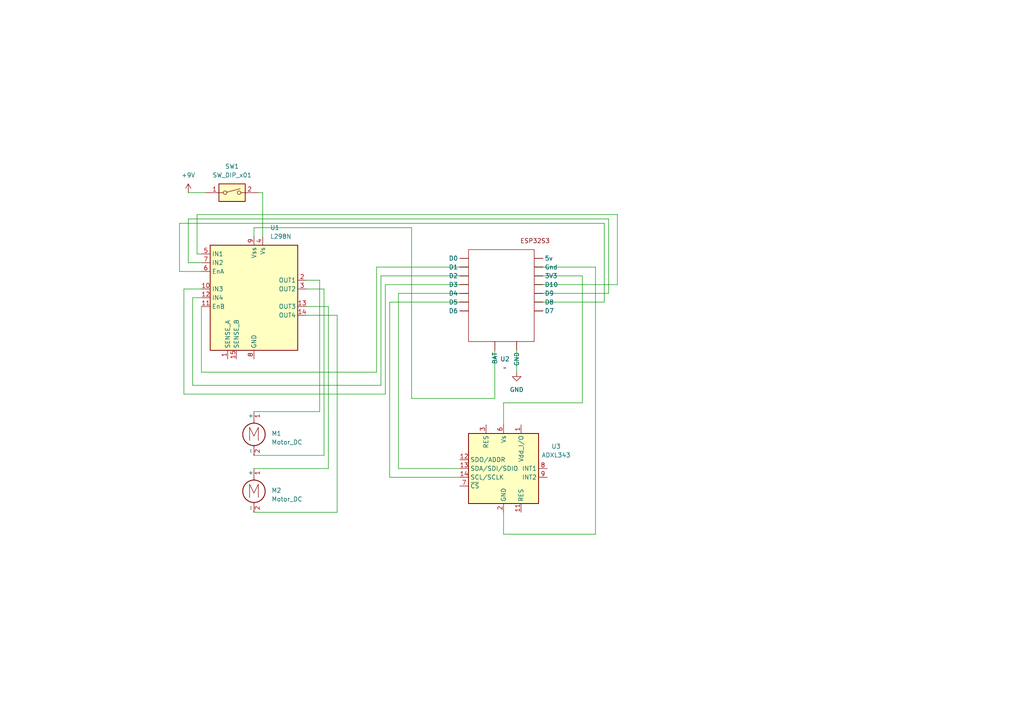
<source format=kicad_sch>
(kicad_sch
	(version 20250114)
	(generator "eeschema")
	(generator_version "9.0")
	(uuid "d575eb6a-978f-40a6-acd7-64ef503acbb9")
	(paper "A4")
	(lib_symbols
		(symbol "Driver_Motor:L298N"
			(exclude_from_sim no)
			(in_bom yes)
			(on_board yes)
			(property "Reference" "U"
				(at -10.16 16.51 0)
				(effects
					(font
						(size 1.27 1.27)
					)
					(justify right)
				)
			)
			(property "Value" "L298N"
				(at 12.7 16.51 0)
				(effects
					(font
						(size 1.27 1.27)
					)
					(justify right)
				)
			)
			(property "Footprint" "Package_TO_SOT_THT:TO-220-15_P2.54x5.08mm_StaggerOdd_Lead4.58mm_Vertical"
				(at 1.27 -16.51 0)
				(effects
					(font
						(size 1.27 1.27)
					)
					(justify left)
					(hide yes)
				)
			)
			(property "Datasheet" "http://www.st.com/st-web-ui/static/active/en/resource/technical/document/datasheet/CD00000240.pdf"
				(at 3.81 6.35 0)
				(effects
					(font
						(size 1.27 1.27)
					)
					(hide yes)
				)
			)
			(property "Description" "Dual full bridge motor driver, up to 46V, 4A, Multiwatt15-V"
				(at 0 0 0)
				(effects
					(font
						(size 1.27 1.27)
					)
					(hide yes)
				)
			)
			(property "ki_keywords" "H-bridge motor driver"
				(at 0 0 0)
				(effects
					(font
						(size 1.27 1.27)
					)
					(hide yes)
				)
			)
			(property "ki_fp_filters" "TO?220*StaggerOdd*Vertical*"
				(at 0 0 0)
				(effects
					(font
						(size 1.27 1.27)
					)
					(hide yes)
				)
			)
			(symbol "L298N_0_1"
				(rectangle
					(start -12.7 15.24)
					(end 12.7 -15.24)
					(stroke
						(width 0.254)
						(type default)
					)
					(fill
						(type background)
					)
				)
			)
			(symbol "L298N_1_1"
				(pin input line
					(at -15.24 12.7 0)
					(length 2.54)
					(name "IN1"
						(effects
							(font
								(size 1.27 1.27)
							)
						)
					)
					(number "5"
						(effects
							(font
								(size 1.27 1.27)
							)
						)
					)
				)
				(pin input line
					(at -15.24 10.16 0)
					(length 2.54)
					(name "IN2"
						(effects
							(font
								(size 1.27 1.27)
							)
						)
					)
					(number "7"
						(effects
							(font
								(size 1.27 1.27)
							)
						)
					)
				)
				(pin input line
					(at -15.24 7.62 0)
					(length 2.54)
					(name "EnA"
						(effects
							(font
								(size 1.27 1.27)
							)
						)
					)
					(number "6"
						(effects
							(font
								(size 1.27 1.27)
							)
						)
					)
				)
				(pin input line
					(at -15.24 2.54 0)
					(length 2.54)
					(name "IN3"
						(effects
							(font
								(size 1.27 1.27)
							)
						)
					)
					(number "10"
						(effects
							(font
								(size 1.27 1.27)
							)
						)
					)
				)
				(pin input line
					(at -15.24 0 0)
					(length 2.54)
					(name "IN4"
						(effects
							(font
								(size 1.27 1.27)
							)
						)
					)
					(number "12"
						(effects
							(font
								(size 1.27 1.27)
							)
						)
					)
				)
				(pin input line
					(at -15.24 -2.54 0)
					(length 2.54)
					(name "EnB"
						(effects
							(font
								(size 1.27 1.27)
							)
						)
					)
					(number "11"
						(effects
							(font
								(size 1.27 1.27)
							)
						)
					)
				)
				(pin input line
					(at -7.62 -17.78 90)
					(length 2.54)
					(name "SENSE_A"
						(effects
							(font
								(size 1.27 1.27)
							)
						)
					)
					(number "1"
						(effects
							(font
								(size 1.27 1.27)
							)
						)
					)
				)
				(pin input line
					(at -5.08 -17.78 90)
					(length 2.54)
					(name "SENSE_B"
						(effects
							(font
								(size 1.27 1.27)
							)
						)
					)
					(number "15"
						(effects
							(font
								(size 1.27 1.27)
							)
						)
					)
				)
				(pin power_in line
					(at 0 17.78 270)
					(length 2.54)
					(name "Vss"
						(effects
							(font
								(size 1.27 1.27)
							)
						)
					)
					(number "9"
						(effects
							(font
								(size 1.27 1.27)
							)
						)
					)
				)
				(pin power_in line
					(at 0 -17.78 90)
					(length 2.54)
					(name "GND"
						(effects
							(font
								(size 1.27 1.27)
							)
						)
					)
					(number "8"
						(effects
							(font
								(size 1.27 1.27)
							)
						)
					)
				)
				(pin power_in line
					(at 2.54 17.78 270)
					(length 2.54)
					(name "Vs"
						(effects
							(font
								(size 1.27 1.27)
							)
						)
					)
					(number "4"
						(effects
							(font
								(size 1.27 1.27)
							)
						)
					)
				)
				(pin output line
					(at 15.24 5.08 180)
					(length 2.54)
					(name "OUT1"
						(effects
							(font
								(size 1.27 1.27)
							)
						)
					)
					(number "2"
						(effects
							(font
								(size 1.27 1.27)
							)
						)
					)
				)
				(pin output line
					(at 15.24 2.54 180)
					(length 2.54)
					(name "OUT2"
						(effects
							(font
								(size 1.27 1.27)
							)
						)
					)
					(number "3"
						(effects
							(font
								(size 1.27 1.27)
							)
						)
					)
				)
				(pin output line
					(at 15.24 -2.54 180)
					(length 2.54)
					(name "OUT3"
						(effects
							(font
								(size 1.27 1.27)
							)
						)
					)
					(number "13"
						(effects
							(font
								(size 1.27 1.27)
							)
						)
					)
				)
				(pin output line
					(at 15.24 -5.08 180)
					(length 2.54)
					(name "OUT4"
						(effects
							(font
								(size 1.27 1.27)
							)
						)
					)
					(number "14"
						(effects
							(font
								(size 1.27 1.27)
							)
						)
					)
				)
			)
			(embedded_fonts no)
		)
		(symbol "ESP32_1"
			(exclude_from_sim no)
			(in_bom yes)
			(on_board yes)
			(property "Reference" "U"
				(at 0 0 0)
				(effects
					(font
						(size 1.27 1.27)
					)
				)
			)
			(property "Value" ""
				(at 0 0 0)
				(effects
					(font
						(size 1.27 1.27)
					)
				)
			)
			(property "Footprint" ""
				(at 0 0 0)
				(effects
					(font
						(size 1.27 1.27)
					)
					(hide yes)
				)
			)
			(property "Datasheet" ""
				(at 0 0 0)
				(effects
					(font
						(size 1.27 1.27)
					)
					(hide yes)
				)
			)
			(property "Description" ""
				(at 0 0 0)
				(effects
					(font
						(size 1.27 1.27)
					)
					(hide yes)
				)
			)
			(symbol "ESP32_1_0_1"
				(rectangle
					(start -19.05 27.94)
					(end 0 1.27)
					(stroke
						(width 0)
						(type default)
					)
					(fill
						(type none)
					)
				)
			)
			(symbol "ESP32_1_1_1"
				(text "ESP32S3"
					(at 0.254 30.48 0)
					(effects
						(font
							(size 1.27 1.27)
						)
					)
				)
				(pin bidirectional line
					(at -19.05 25.4 180)
					(length 2.54)
					(name "D0"
						(effects
							(font
								(size 1.27 1.27)
							)
						)
					)
					(number ""
						(effects
							(font
								(size 1.27 1.27)
							)
						)
					)
				)
				(pin bidirectional line
					(at -19.05 22.86 180)
					(length 2.54)
					(name "D1"
						(effects
							(font
								(size 1.27 1.27)
							)
						)
					)
					(number ""
						(effects
							(font
								(size 1.27 1.27)
							)
						)
					)
				)
				(pin bidirectional line
					(at -19.05 20.32 180)
					(length 2.54)
					(name "D2"
						(effects
							(font
								(size 1.27 1.27)
							)
						)
					)
					(number ""
						(effects
							(font
								(size 1.27 1.27)
							)
						)
					)
				)
				(pin bidirectional line
					(at -19.05 17.78 180)
					(length 2.54)
					(name "D3"
						(effects
							(font
								(size 1.27 1.27)
							)
						)
					)
					(number ""
						(effects
							(font
								(size 1.27 1.27)
							)
						)
					)
				)
				(pin bidirectional line
					(at -19.05 15.24 180)
					(length 2.54)
					(name "D4"
						(effects
							(font
								(size 1.27 1.27)
							)
						)
					)
					(number ""
						(effects
							(font
								(size 1.27 1.27)
							)
						)
					)
				)
				(pin bidirectional line
					(at -19.05 12.7 180)
					(length 2.54)
					(name "D5"
						(effects
							(font
								(size 1.27 1.27)
							)
						)
					)
					(number ""
						(effects
							(font
								(size 1.27 1.27)
							)
						)
					)
				)
				(pin bidirectional line
					(at -19.05 10.16 180)
					(length 2.54)
					(name "D6"
						(effects
							(font
								(size 1.27 1.27)
							)
						)
					)
					(number ""
						(effects
							(font
								(size 1.27 1.27)
							)
						)
					)
				)
				(pin input line
					(at -11.43 1.27 270)
					(length 2.54)
					(name "BAT"
						(effects
							(font
								(size 1.27 1.27)
							)
						)
					)
					(number ""
						(effects
							(font
								(size 1.27 1.27)
							)
						)
					)
				)
				(pin input line
					(at -5.08 1.27 270)
					(length 2.54)
					(name "GND"
						(effects
							(font
								(size 1.27 1.27)
							)
						)
					)
					(number ""
						(effects
							(font
								(size 1.27 1.27)
							)
						)
					)
				)
				(pin bidirectional line
					(at 0 25.4 0)
					(length 2.54)
					(name "5v"
						(effects
							(font
								(size 1.27 1.27)
							)
						)
					)
					(number ""
						(effects
							(font
								(size 1.27 1.27)
							)
						)
					)
				)
				(pin bidirectional line
					(at 0 22.86 0)
					(length 2.54)
					(name "Gnd"
						(effects
							(font
								(size 1.27 1.27)
							)
						)
					)
					(number ""
						(effects
							(font
								(size 1.27 1.27)
							)
						)
					)
				)
				(pin bidirectional line
					(at 0 20.32 0)
					(length 2.54)
					(name "3V3"
						(effects
							(font
								(size 1.27 1.27)
							)
						)
					)
					(number ""
						(effects
							(font
								(size 1.27 1.27)
							)
						)
					)
				)
				(pin bidirectional line
					(at 0 17.78 0)
					(length 2.54)
					(name "D10"
						(effects
							(font
								(size 1.27 1.27)
							)
						)
					)
					(number ""
						(effects
							(font
								(size 1.27 1.27)
							)
						)
					)
				)
				(pin bidirectional line
					(at 0 15.24 0)
					(length 2.54)
					(name "D9"
						(effects
							(font
								(size 1.27 1.27)
							)
						)
					)
					(number ""
						(effects
							(font
								(size 1.27 1.27)
							)
						)
					)
				)
				(pin bidirectional line
					(at 0 12.7 0)
					(length 2.54)
					(name "D8"
						(effects
							(font
								(size 1.27 1.27)
							)
						)
					)
					(number ""
						(effects
							(font
								(size 1.27 1.27)
							)
						)
					)
				)
				(pin bidirectional line
					(at 0 10.16 0)
					(length 2.54)
					(name "D7"
						(effects
							(font
								(size 1.27 1.27)
							)
						)
					)
					(number ""
						(effects
							(font
								(size 1.27 1.27)
							)
						)
					)
				)
			)
			(embedded_fonts no)
		)
		(symbol "Motor:Motor_DC"
			(pin_names
				(offset 0)
			)
			(exclude_from_sim no)
			(in_bom yes)
			(on_board yes)
			(property "Reference" "M"
				(at 2.54 2.54 0)
				(effects
					(font
						(size 1.27 1.27)
					)
					(justify left)
				)
			)
			(property "Value" "Motor_DC"
				(at 2.54 -5.08 0)
				(effects
					(font
						(size 1.27 1.27)
					)
					(justify left top)
				)
			)
			(property "Footprint" ""
				(at 0 -2.286 0)
				(effects
					(font
						(size 1.27 1.27)
					)
					(hide yes)
				)
			)
			(property "Datasheet" "~"
				(at 0 -2.286 0)
				(effects
					(font
						(size 1.27 1.27)
					)
					(hide yes)
				)
			)
			(property "Description" "DC Motor"
				(at 0 0 0)
				(effects
					(font
						(size 1.27 1.27)
					)
					(hide yes)
				)
			)
			(property "ki_keywords" "DC Motor"
				(at 0 0 0)
				(effects
					(font
						(size 1.27 1.27)
					)
					(hide yes)
				)
			)
			(property "ki_fp_filters" "PinHeader*P2.54mm* TerminalBlock*"
				(at 0 0 0)
				(effects
					(font
						(size 1.27 1.27)
					)
					(hide yes)
				)
			)
			(symbol "Motor_DC_0_0"
				(polyline
					(pts
						(xy -1.27 -3.302) (xy -1.27 0.508) (xy 0 -2.032) (xy 1.27 0.508) (xy 1.27 -3.302)
					)
					(stroke
						(width 0)
						(type default)
					)
					(fill
						(type none)
					)
				)
			)
			(symbol "Motor_DC_0_1"
				(polyline
					(pts
						(xy 0 2.032) (xy 0 2.54)
					)
					(stroke
						(width 0)
						(type default)
					)
					(fill
						(type none)
					)
				)
				(polyline
					(pts
						(xy 0 1.7272) (xy 0 2.0828)
					)
					(stroke
						(width 0)
						(type default)
					)
					(fill
						(type none)
					)
				)
				(circle
					(center 0 -1.524)
					(radius 3.2512)
					(stroke
						(width 0.254)
						(type default)
					)
					(fill
						(type none)
					)
				)
				(polyline
					(pts
						(xy 0 -4.7752) (xy 0 -5.1816)
					)
					(stroke
						(width 0)
						(type default)
					)
					(fill
						(type none)
					)
				)
				(polyline
					(pts
						(xy 0 -7.62) (xy 0 -7.112)
					)
					(stroke
						(width 0)
						(type default)
					)
					(fill
						(type none)
					)
				)
			)
			(symbol "Motor_DC_1_1"
				(pin passive line
					(at 0 5.08 270)
					(length 2.54)
					(name "+"
						(effects
							(font
								(size 1.27 1.27)
							)
						)
					)
					(number "1"
						(effects
							(font
								(size 1.27 1.27)
							)
						)
					)
				)
				(pin passive line
					(at 0 -7.62 90)
					(length 2.54)
					(name "-"
						(effects
							(font
								(size 1.27 1.27)
							)
						)
					)
					(number "2"
						(effects
							(font
								(size 1.27 1.27)
							)
						)
					)
				)
			)
			(embedded_fonts no)
		)
		(symbol "Sensor_Motion:ADXL343"
			(exclude_from_sim no)
			(in_bom yes)
			(on_board yes)
			(property "Reference" "U"
				(at -8.89 11.43 0)
				(effects
					(font
						(size 1.27 1.27)
					)
				)
			)
			(property "Value" "ADXL343"
				(at -7.62 -11.43 0)
				(effects
					(font
						(size 1.27 1.27)
					)
				)
			)
			(property "Footprint" "Package_LGA:LGA-14_3x5mm_P0.8mm_LayoutBorder1x6y"
				(at 0 0 0)
				(effects
					(font
						(size 1.27 1.27)
					)
					(hide yes)
				)
			)
			(property "Datasheet" "https://www.analog.com/media/en/technical-documentation/data-sheets/ADXL343.pdf"
				(at 0 0 0)
				(effects
					(font
						(size 1.27 1.27)
					)
					(hide yes)
				)
			)
			(property "Description" "3-Axis MEMS Accelerometer, 2/4/8/16g range, I2C/SPI, LGA-14"
				(at 0 0 0)
				(effects
					(font
						(size 1.27 1.27)
					)
					(hide yes)
				)
			)
			(property "ki_keywords" "3-axis accelerometer i2c spi mems"
				(at 0 0 0)
				(effects
					(font
						(size 1.27 1.27)
					)
					(hide yes)
				)
			)
			(property "ki_fp_filters" "*LGA*3x5mm*P0.8mm*"
				(at 0 0 0)
				(effects
					(font
						(size 1.27 1.27)
					)
					(hide yes)
				)
			)
			(symbol "ADXL343_0_1"
				(rectangle
					(start -10.16 10.16)
					(end 10.16 -10.16)
					(stroke
						(width 0.254)
						(type default)
					)
					(fill
						(type background)
					)
				)
			)
			(symbol "ADXL343_1_1"
				(pin bidirectional line
					(at -12.7 2.54 0)
					(length 2.54)
					(name "SDO/ADDR"
						(effects
							(font
								(size 1.27 1.27)
							)
						)
					)
					(number "12"
						(effects
							(font
								(size 1.27 1.27)
							)
						)
					)
				)
				(pin bidirectional line
					(at -12.7 0 0)
					(length 2.54)
					(name "SDA/SDI/SDIO"
						(effects
							(font
								(size 1.27 1.27)
							)
						)
					)
					(number "13"
						(effects
							(font
								(size 1.27 1.27)
							)
						)
					)
				)
				(pin input line
					(at -12.7 -2.54 0)
					(length 2.54)
					(name "SCL/SCLK"
						(effects
							(font
								(size 1.27 1.27)
							)
						)
					)
					(number "14"
						(effects
							(font
								(size 1.27 1.27)
							)
						)
					)
				)
				(pin input line
					(at -12.7 -5.08 0)
					(length 2.54)
					(name "~{CS}"
						(effects
							(font
								(size 1.27 1.27)
							)
						)
					)
					(number "7"
						(effects
							(font
								(size 1.27 1.27)
							)
						)
					)
				)
				(pin passive line
					(at -5.08 12.7 270)
					(length 2.54)
					(name "RES"
						(effects
							(font
								(size 1.27 1.27)
							)
						)
					)
					(number "3"
						(effects
							(font
								(size 1.27 1.27)
							)
						)
					)
				)
				(pin no_connect line
					(at -5.08 -10.16 90)
					(length 2.54)
					(hide yes)
					(name "NC"
						(effects
							(font
								(size 1.27 1.27)
							)
						)
					)
					(number "10"
						(effects
							(font
								(size 1.27 1.27)
							)
						)
					)
				)
				(pin power_in line
					(at 0 12.7 270)
					(length 2.54)
					(name "Vs"
						(effects
							(font
								(size 1.27 1.27)
							)
						)
					)
					(number "6"
						(effects
							(font
								(size 1.27 1.27)
							)
						)
					)
				)
				(pin power_in line
					(at 0 -12.7 90)
					(length 2.54)
					(name "GND"
						(effects
							(font
								(size 1.27 1.27)
							)
						)
					)
					(number "2"
						(effects
							(font
								(size 1.27 1.27)
							)
						)
					)
				)
				(pin passive line
					(at 0 -12.7 90)
					(length 2.54)
					(hide yes)
					(name "GND"
						(effects
							(font
								(size 1.27 1.27)
							)
						)
					)
					(number "4"
						(effects
							(font
								(size 1.27 1.27)
							)
						)
					)
				)
				(pin passive line
					(at 0 -12.7 90)
					(length 2.54)
					(hide yes)
					(name "GND"
						(effects
							(font
								(size 1.27 1.27)
							)
						)
					)
					(number "5"
						(effects
							(font
								(size 1.27 1.27)
							)
						)
					)
				)
				(pin power_in line
					(at 5.08 12.7 270)
					(length 2.54)
					(name "Vdd_I/O"
						(effects
							(font
								(size 1.27 1.27)
							)
						)
					)
					(number "1"
						(effects
							(font
								(size 1.27 1.27)
							)
						)
					)
				)
				(pin passive line
					(at 5.08 -12.7 90)
					(length 2.54)
					(name "RES"
						(effects
							(font
								(size 1.27 1.27)
							)
						)
					)
					(number "11"
						(effects
							(font
								(size 1.27 1.27)
							)
						)
					)
				)
				(pin output line
					(at 12.7 0 180)
					(length 2.54)
					(name "INT1"
						(effects
							(font
								(size 1.27 1.27)
							)
						)
					)
					(number "8"
						(effects
							(font
								(size 1.27 1.27)
							)
						)
					)
				)
				(pin output line
					(at 12.7 -2.54 180)
					(length 2.54)
					(name "INT2"
						(effects
							(font
								(size 1.27 1.27)
							)
						)
					)
					(number "9"
						(effects
							(font
								(size 1.27 1.27)
							)
						)
					)
				)
			)
			(embedded_fonts no)
		)
		(symbol "Switch:SW_DIP_x01"
			(pin_names
				(offset 0)
				(hide yes)
			)
			(exclude_from_sim no)
			(in_bom yes)
			(on_board yes)
			(property "Reference" "SW"
				(at 0 3.81 0)
				(effects
					(font
						(size 1.27 1.27)
					)
				)
			)
			(property "Value" "SW_DIP_x01"
				(at 0 -3.81 0)
				(effects
					(font
						(size 1.27 1.27)
					)
				)
			)
			(property "Footprint" ""
				(at 0 0 0)
				(effects
					(font
						(size 1.27 1.27)
					)
					(hide yes)
				)
			)
			(property "Datasheet" "~"
				(at 0 0 0)
				(effects
					(font
						(size 1.27 1.27)
					)
					(hide yes)
				)
			)
			(property "Description" "1x DIP Switch, Single Pole Single Throw (SPST) switch, small symbol"
				(at 0 0 0)
				(effects
					(font
						(size 1.27 1.27)
					)
					(hide yes)
				)
			)
			(property "ki_keywords" "dip switch"
				(at 0 0 0)
				(effects
					(font
						(size 1.27 1.27)
					)
					(hide yes)
				)
			)
			(property "ki_fp_filters" "SW?DIP?x1*"
				(at 0 0 0)
				(effects
					(font
						(size 1.27 1.27)
					)
					(hide yes)
				)
			)
			(symbol "SW_DIP_x01_0_0"
				(circle
					(center -2.032 0)
					(radius 0.508)
					(stroke
						(width 0)
						(type default)
					)
					(fill
						(type none)
					)
				)
				(polyline
					(pts
						(xy -1.524 0.127) (xy 2.3622 1.1684)
					)
					(stroke
						(width 0)
						(type default)
					)
					(fill
						(type none)
					)
				)
				(circle
					(center 2.032 0)
					(radius 0.508)
					(stroke
						(width 0)
						(type default)
					)
					(fill
						(type none)
					)
				)
			)
			(symbol "SW_DIP_x01_0_1"
				(rectangle
					(start -3.81 2.54)
					(end 3.81 -2.54)
					(stroke
						(width 0.254)
						(type default)
					)
					(fill
						(type background)
					)
				)
			)
			(symbol "SW_DIP_x01_1_1"
				(pin passive line
					(at -7.62 0 0)
					(length 5.08)
					(name "~"
						(effects
							(font
								(size 1.27 1.27)
							)
						)
					)
					(number "1"
						(effects
							(font
								(size 1.27 1.27)
							)
						)
					)
				)
				(pin passive line
					(at 7.62 0 180)
					(length 5.08)
					(name "~"
						(effects
							(font
								(size 1.27 1.27)
							)
						)
					)
					(number "2"
						(effects
							(font
								(size 1.27 1.27)
							)
						)
					)
				)
			)
			(embedded_fonts no)
		)
		(symbol "power:+9V"
			(power)
			(pin_numbers
				(hide yes)
			)
			(pin_names
				(offset 0)
				(hide yes)
			)
			(exclude_from_sim no)
			(in_bom yes)
			(on_board yes)
			(property "Reference" "#PWR"
				(at 0 -3.81 0)
				(effects
					(font
						(size 1.27 1.27)
					)
					(hide yes)
				)
			)
			(property "Value" "+9V"
				(at 0 3.556 0)
				(effects
					(font
						(size 1.27 1.27)
					)
				)
			)
			(property "Footprint" ""
				(at 0 0 0)
				(effects
					(font
						(size 1.27 1.27)
					)
					(hide yes)
				)
			)
			(property "Datasheet" ""
				(at 0 0 0)
				(effects
					(font
						(size 1.27 1.27)
					)
					(hide yes)
				)
			)
			(property "Description" "Power symbol creates a global label with name \"+9V\""
				(at 0 0 0)
				(effects
					(font
						(size 1.27 1.27)
					)
					(hide yes)
				)
			)
			(property "ki_keywords" "global power"
				(at 0 0 0)
				(effects
					(font
						(size 1.27 1.27)
					)
					(hide yes)
				)
			)
			(symbol "+9V_0_1"
				(polyline
					(pts
						(xy -0.762 1.27) (xy 0 2.54)
					)
					(stroke
						(width 0)
						(type default)
					)
					(fill
						(type none)
					)
				)
				(polyline
					(pts
						(xy 0 2.54) (xy 0.762 1.27)
					)
					(stroke
						(width 0)
						(type default)
					)
					(fill
						(type none)
					)
				)
				(polyline
					(pts
						(xy 0 0) (xy 0 2.54)
					)
					(stroke
						(width 0)
						(type default)
					)
					(fill
						(type none)
					)
				)
			)
			(symbol "+9V_1_1"
				(pin power_in line
					(at 0 0 90)
					(length 0)
					(name "~"
						(effects
							(font
								(size 1.27 1.27)
							)
						)
					)
					(number "1"
						(effects
							(font
								(size 1.27 1.27)
							)
						)
					)
				)
			)
			(embedded_fonts no)
		)
		(symbol "power:GND"
			(power)
			(pin_numbers
				(hide yes)
			)
			(pin_names
				(offset 0)
				(hide yes)
			)
			(exclude_from_sim no)
			(in_bom yes)
			(on_board yes)
			(property "Reference" "#PWR"
				(at 0 -6.35 0)
				(effects
					(font
						(size 1.27 1.27)
					)
					(hide yes)
				)
			)
			(property "Value" "GND"
				(at 0 -3.81 0)
				(effects
					(font
						(size 1.27 1.27)
					)
				)
			)
			(property "Footprint" ""
				(at 0 0 0)
				(effects
					(font
						(size 1.27 1.27)
					)
					(hide yes)
				)
			)
			(property "Datasheet" ""
				(at 0 0 0)
				(effects
					(font
						(size 1.27 1.27)
					)
					(hide yes)
				)
			)
			(property "Description" "Power symbol creates a global label with name \"GND\" , ground"
				(at 0 0 0)
				(effects
					(font
						(size 1.27 1.27)
					)
					(hide yes)
				)
			)
			(property "ki_keywords" "global power"
				(at 0 0 0)
				(effects
					(font
						(size 1.27 1.27)
					)
					(hide yes)
				)
			)
			(symbol "GND_0_1"
				(polyline
					(pts
						(xy 0 0) (xy 0 -1.27) (xy 1.27 -1.27) (xy 0 -2.54) (xy -1.27 -1.27) (xy 0 -1.27)
					)
					(stroke
						(width 0)
						(type default)
					)
					(fill
						(type none)
					)
				)
			)
			(symbol "GND_1_1"
				(pin power_in line
					(at 0 0 270)
					(length 0)
					(name "~"
						(effects
							(font
								(size 1.27 1.27)
							)
						)
					)
					(number "1"
						(effects
							(font
								(size 1.27 1.27)
							)
						)
					)
				)
			)
			(embedded_fonts no)
		)
	)
	(wire
		(pts
			(xy 58.42 107.95) (xy 58.42 88.9)
		)
		(stroke
			(width 0)
			(type default)
		)
		(uuid "0a7c6a33-26c2-47ea-8f26-072250973b8d")
	)
	(wire
		(pts
			(xy 93.98 83.82) (xy 93.98 132.08)
		)
		(stroke
			(width 0)
			(type default)
		)
		(uuid "0c4dc41a-5109-4114-a9eb-7f63a6028a0e")
	)
	(wire
		(pts
			(xy 57.15 73.66) (xy 57.15 62.23)
		)
		(stroke
			(width 0)
			(type default)
		)
		(uuid "1074f7e8-0512-4a34-9774-94a5834831a7")
	)
	(wire
		(pts
			(xy 175.26 87.63) (xy 154.94 87.63)
		)
		(stroke
			(width 0)
			(type default)
		)
		(uuid "10a873fa-4ccf-4404-bb10-3fd1c88787e8")
	)
	(wire
		(pts
			(xy 53.34 114.3) (xy 111.76 114.3)
		)
		(stroke
			(width 0)
			(type default)
		)
		(uuid "18dee21e-eb80-44fa-a766-458deb5a985a")
	)
	(wire
		(pts
			(xy 95.25 88.9) (xy 95.25 135.89)
		)
		(stroke
			(width 0)
			(type default)
		)
		(uuid "22daf731-153e-433e-aac8-a9fcd79a4e1a")
	)
	(wire
		(pts
			(xy 73.66 68.58) (xy 73.66 66.04)
		)
		(stroke
			(width 0)
			(type default)
		)
		(uuid "257d9e3f-c5ff-4187-bcee-92ca5347131b")
	)
	(wire
		(pts
			(xy 146.05 154.94) (xy 172.72 154.94)
		)
		(stroke
			(width 0)
			(type default)
		)
		(uuid "2670aac4-e1b3-4cbc-98e7-0698cdc70d82")
	)
	(wire
		(pts
			(xy 175.26 64.77) (xy 175.26 87.63)
		)
		(stroke
			(width 0)
			(type default)
		)
		(uuid "27d3515a-3c3a-4296-bd89-16c9ee67b9c4")
	)
	(wire
		(pts
			(xy 146.05 116.84) (xy 146.05 123.19)
		)
		(stroke
			(width 0)
			(type default)
		)
		(uuid "27eb543d-b1ec-4635-aa5b-99e06afeee0c")
	)
	(wire
		(pts
			(xy 176.53 63.5) (xy 176.53 85.09)
		)
		(stroke
			(width 0)
			(type default)
		)
		(uuid "2b7b6dc2-6b07-4a6d-a7ba-01b7493d1bbd")
	)
	(wire
		(pts
			(xy 54.61 76.2) (xy 54.61 63.5)
		)
		(stroke
			(width 0)
			(type default)
		)
		(uuid "2c71ab3b-8a67-4676-a2ee-5dc8eb4c4df1")
	)
	(wire
		(pts
			(xy 95.25 135.89) (xy 73.66 135.89)
		)
		(stroke
			(width 0)
			(type default)
		)
		(uuid "324fd1d7-ef19-48db-9dbe-bbbb7e918e67")
	)
	(wire
		(pts
			(xy 97.79 91.44) (xy 97.79 148.59)
		)
		(stroke
			(width 0)
			(type default)
		)
		(uuid "34dba7f6-d353-4ec0-9dfe-9e4160f64e9a")
	)
	(wire
		(pts
			(xy 115.57 85.09) (xy 135.89 85.09)
		)
		(stroke
			(width 0)
			(type default)
		)
		(uuid "39005a73-ebd0-4c74-8d5d-6cecdbf90b5b")
	)
	(wire
		(pts
			(xy 168.91 80.01) (xy 168.91 116.84)
		)
		(stroke
			(width 0)
			(type default)
		)
		(uuid "3e0908b7-6405-48fc-958f-5ed5ec83ef73")
	)
	(wire
		(pts
			(xy 176.53 85.09) (xy 154.94 85.09)
		)
		(stroke
			(width 0)
			(type default)
		)
		(uuid "3ed8b0ae-ccf3-47bb-b2c8-3e129a9c05f8")
	)
	(wire
		(pts
			(xy 115.57 135.89) (xy 115.57 85.09)
		)
		(stroke
			(width 0)
			(type default)
		)
		(uuid "41536468-c6b2-49af-84c4-cd5cdb246334")
	)
	(wire
		(pts
			(xy 119.38 115.57) (xy 143.51 115.57)
		)
		(stroke
			(width 0)
			(type default)
		)
		(uuid "417a7d50-fbfc-44e7-a3d6-e272c95b285a")
	)
	(wire
		(pts
			(xy 58.42 78.74) (xy 52.07 78.74)
		)
		(stroke
			(width 0)
			(type default)
		)
		(uuid "4a7bdbb9-2152-4698-bdef-6d4bce13c0b5")
	)
	(wire
		(pts
			(xy 111.76 82.55) (xy 135.89 82.55)
		)
		(stroke
			(width 0)
			(type default)
		)
		(uuid "4b8d553e-cf50-4c48-ab2b-e6de16f3d039")
	)
	(wire
		(pts
			(xy 58.42 73.66) (xy 57.15 73.66)
		)
		(stroke
			(width 0)
			(type default)
		)
		(uuid "4cf997ee-f2ed-46ae-8e4d-6d6c9403e5b7")
	)
	(wire
		(pts
			(xy 111.76 114.3) (xy 111.76 82.55)
		)
		(stroke
			(width 0)
			(type default)
		)
		(uuid "4f20ca43-ea14-427c-8fca-45a7664eb72e")
	)
	(wire
		(pts
			(xy 172.72 154.94) (xy 172.72 77.47)
		)
		(stroke
			(width 0)
			(type default)
		)
		(uuid "59c6ac4c-cbf5-4035-8236-3f5ab9249663")
	)
	(wire
		(pts
			(xy 110.49 80.01) (xy 135.89 80.01)
		)
		(stroke
			(width 0)
			(type default)
		)
		(uuid "5bfc77d9-d3c4-48dc-8010-2ce33490b822")
	)
	(wire
		(pts
			(xy 113.03 138.43) (xy 113.03 87.63)
		)
		(stroke
			(width 0)
			(type default)
		)
		(uuid "5d04fca8-008d-47c1-96e0-2c2f9c6e15a3")
	)
	(wire
		(pts
			(xy 133.35 135.89) (xy 115.57 135.89)
		)
		(stroke
			(width 0)
			(type default)
		)
		(uuid "5d1005f6-2f97-43d7-bbb7-8c36cb879565")
	)
	(wire
		(pts
			(xy 172.72 77.47) (xy 154.94 77.47)
		)
		(stroke
			(width 0)
			(type default)
		)
		(uuid "5d139a9f-ac4b-47bb-8d3a-3885cb630989")
	)
	(wire
		(pts
			(xy 113.03 87.63) (xy 135.89 87.63)
		)
		(stroke
			(width 0)
			(type default)
		)
		(uuid "62e85632-f65c-4500-a852-f5270d4928c9")
	)
	(wire
		(pts
			(xy 88.9 91.44) (xy 97.79 91.44)
		)
		(stroke
			(width 0)
			(type default)
		)
		(uuid "649a9bed-7ba4-42b2-bcc4-9bbbd8a04f1b")
	)
	(wire
		(pts
			(xy 55.88 86.36) (xy 55.88 111.76)
		)
		(stroke
			(width 0)
			(type default)
		)
		(uuid "6907e66d-8cc9-43ed-85dc-4efd82194ea2")
	)
	(wire
		(pts
			(xy 58.42 86.36) (xy 55.88 86.36)
		)
		(stroke
			(width 0)
			(type default)
		)
		(uuid "69ecc1a7-d315-4e56-a4b6-461ddcf0acb9")
	)
	(wire
		(pts
			(xy 76.2 55.88) (xy 76.2 68.58)
		)
		(stroke
			(width 0)
			(type default)
		)
		(uuid "6cc1b075-685c-456b-8caa-ca6a37441beb")
	)
	(wire
		(pts
			(xy 74.93 55.88) (xy 76.2 55.88)
		)
		(stroke
			(width 0)
			(type default)
		)
		(uuid "7a5594ed-a0d1-4ada-8c29-5e4c12a9537b")
	)
	(wire
		(pts
			(xy 58.42 83.82) (xy 53.34 83.82)
		)
		(stroke
			(width 0)
			(type default)
		)
		(uuid "7cc9551c-c958-4abe-bbb4-a64f8e8082ad")
	)
	(wire
		(pts
			(xy 97.79 148.59) (xy 73.66 148.59)
		)
		(stroke
			(width 0)
			(type default)
		)
		(uuid "7dd9d027-878d-4cbe-8730-39e6323f3da2")
	)
	(wire
		(pts
			(xy 52.07 64.77) (xy 175.26 64.77)
		)
		(stroke
			(width 0)
			(type default)
		)
		(uuid "7e01d72a-6eea-42c1-aa13-6edf4f036024")
	)
	(wire
		(pts
			(xy 149.86 99.06) (xy 149.86 107.95)
		)
		(stroke
			(width 0)
			(type default)
		)
		(uuid "7eedc34f-3c8e-45a5-9b87-1ebee849b23a")
	)
	(wire
		(pts
			(xy 179.07 82.55) (xy 154.94 82.55)
		)
		(stroke
			(width 0)
			(type default)
		)
		(uuid "8149da6f-4c4b-474b-8336-b5d59b45e113")
	)
	(wire
		(pts
			(xy 135.89 77.47) (xy 109.22 77.47)
		)
		(stroke
			(width 0)
			(type default)
		)
		(uuid "86411c9f-79b2-45fd-9519-61fe07427edd")
	)
	(wire
		(pts
			(xy 146.05 148.59) (xy 146.05 154.94)
		)
		(stroke
			(width 0)
			(type default)
		)
		(uuid "882ff684-647f-4982-aa51-a3a6415610d8")
	)
	(wire
		(pts
			(xy 88.9 81.28) (xy 92.71 81.28)
		)
		(stroke
			(width 0)
			(type default)
		)
		(uuid "8a717b29-776b-426a-bc79-0b49950f87da")
	)
	(wire
		(pts
			(xy 53.34 83.82) (xy 53.34 114.3)
		)
		(stroke
			(width 0)
			(type default)
		)
		(uuid "8c46900a-e251-4e7a-8a77-3251aca1fb3e")
	)
	(wire
		(pts
			(xy 119.38 66.04) (xy 119.38 115.57)
		)
		(stroke
			(width 0)
			(type default)
		)
		(uuid "8fed7d8a-6cdd-4859-81a8-04d88004bfdb")
	)
	(wire
		(pts
			(xy 52.07 78.74) (xy 52.07 64.77)
		)
		(stroke
			(width 0)
			(type default)
		)
		(uuid "90b30f00-9d88-40f2-905f-1536f5968e6b")
	)
	(wire
		(pts
			(xy 168.91 116.84) (xy 146.05 116.84)
		)
		(stroke
			(width 0)
			(type default)
		)
		(uuid "931eb2a5-343b-4933-ab19-f3519a3c4627")
	)
	(wire
		(pts
			(xy 154.94 80.01) (xy 168.91 80.01)
		)
		(stroke
			(width 0)
			(type default)
		)
		(uuid "95341f7e-bf87-477a-b1f5-8aa7811faac2")
	)
	(wire
		(pts
			(xy 88.9 88.9) (xy 95.25 88.9)
		)
		(stroke
			(width 0)
			(type default)
		)
		(uuid "97505382-77a9-45bc-b7f5-f61545e28ff5")
	)
	(wire
		(pts
			(xy 143.51 115.57) (xy 143.51 99.06)
		)
		(stroke
			(width 0)
			(type default)
		)
		(uuid "9c4c0b57-9076-4803-8287-7c7a648d9f1f")
	)
	(wire
		(pts
			(xy 73.66 66.04) (xy 119.38 66.04)
		)
		(stroke
			(width 0)
			(type default)
		)
		(uuid "9c872c5c-48e1-4826-aa1d-41239c08da08")
	)
	(wire
		(pts
			(xy 88.9 83.82) (xy 93.98 83.82)
		)
		(stroke
			(width 0)
			(type default)
		)
		(uuid "9d967bd1-c3e7-4dd1-99c3-8bfd053ccafe")
	)
	(wire
		(pts
			(xy 57.15 62.23) (xy 179.07 62.23)
		)
		(stroke
			(width 0)
			(type default)
		)
		(uuid "a4f573be-5a5a-4a2d-ac32-865c5d351c8e")
	)
	(wire
		(pts
			(xy 109.22 77.47) (xy 109.22 107.95)
		)
		(stroke
			(width 0)
			(type default)
		)
		(uuid "ad8e4e77-c720-4c52-9eff-df63d9422d9a")
	)
	(wire
		(pts
			(xy 92.71 81.28) (xy 92.71 119.38)
		)
		(stroke
			(width 0)
			(type default)
		)
		(uuid "ae9aff78-0a4c-4950-8826-bcb711b38c60")
	)
	(wire
		(pts
			(xy 58.42 76.2) (xy 54.61 76.2)
		)
		(stroke
			(width 0)
			(type default)
		)
		(uuid "afd52862-9cc4-41af-91b5-d17e4da2b069")
	)
	(wire
		(pts
			(xy 92.71 119.38) (xy 73.66 119.38)
		)
		(stroke
			(width 0)
			(type default)
		)
		(uuid "b4468adb-ed93-4cad-8b84-5a56cf2f7818")
	)
	(wire
		(pts
			(xy 54.61 55.88) (xy 59.69 55.88)
		)
		(stroke
			(width 0)
			(type default)
		)
		(uuid "b4b9fb90-42c2-4519-a1a2-997dc3e825e4")
	)
	(wire
		(pts
			(xy 109.22 107.95) (xy 58.42 107.95)
		)
		(stroke
			(width 0)
			(type default)
		)
		(uuid "b98e6e58-e1cf-4468-ac56-94b406f4bc77")
	)
	(wire
		(pts
			(xy 179.07 62.23) (xy 179.07 82.55)
		)
		(stroke
			(width 0)
			(type default)
		)
		(uuid "ba06cf76-91e2-4919-af66-6a4ea08538df")
	)
	(wire
		(pts
			(xy 133.35 138.43) (xy 113.03 138.43)
		)
		(stroke
			(width 0)
			(type default)
		)
		(uuid "c5c5902d-30b5-45d4-8188-c0074213da7f")
	)
	(wire
		(pts
			(xy 54.61 63.5) (xy 176.53 63.5)
		)
		(stroke
			(width 0)
			(type default)
		)
		(uuid "cbe5a42e-b0ba-4729-a43b-6e2b5c3441ce")
	)
	(wire
		(pts
			(xy 55.88 111.76) (xy 110.49 111.76)
		)
		(stroke
			(width 0)
			(type default)
		)
		(uuid "e1b02772-5029-4766-a416-b2872d36bde2")
	)
	(wire
		(pts
			(xy 110.49 111.76) (xy 110.49 80.01)
		)
		(stroke
			(width 0)
			(type default)
		)
		(uuid "e63b0f0c-75f0-4e55-b302-909867d7dee1")
	)
	(wire
		(pts
			(xy 93.98 132.08) (xy 73.66 132.08)
		)
		(stroke
			(width 0)
			(type default)
		)
		(uuid "ec6f81af-da0a-4c38-b325-63dc2a1f231d")
	)
	(symbol
		(lib_id "Sensor_Motion:ADXL343")
		(at 146.05 135.89 0)
		(unit 1)
		(exclude_from_sim no)
		(in_bom yes)
		(on_board yes)
		(dnp no)
		(fields_autoplaced yes)
		(uuid "21482877-1d57-4909-8537-c2847a8b9393")
		(property "Reference" "U3"
			(at 161.29 129.4698 0)
			(effects
				(font
					(size 1.27 1.27)
				)
			)
		)
		(property "Value" "ADXL343"
			(at 161.29 132.0098 0)
			(effects
				(font
					(size 1.27 1.27)
				)
			)
		)
		(property "Footprint" "Package_LGA:LGA-14_3x5mm_P0.8mm_LayoutBorder1x6y"
			(at 146.05 135.89 0)
			(effects
				(font
					(size 1.27 1.27)
				)
				(hide yes)
			)
		)
		(property "Datasheet" "https://www.analog.com/media/en/technical-documentation/data-sheets/ADXL343.pdf"
			(at 146.05 135.89 0)
			(effects
				(font
					(size 1.27 1.27)
				)
				(hide yes)
			)
		)
		(property "Description" "3-Axis MEMS Accelerometer, 2/4/8/16g range, I2C/SPI, LGA-14"
			(at 146.05 135.89 0)
			(effects
				(font
					(size 1.27 1.27)
				)
				(hide yes)
			)
		)
		(pin "4"
			(uuid "225b349f-cfd6-4f76-a63f-cb30d05ff02e")
		)
		(pin "10"
			(uuid "89fbdbe7-988d-4b09-9bed-315e17ee4c63")
		)
		(pin "1"
			(uuid "a7d7ea19-746a-4272-a4cd-da17f105fca4")
		)
		(pin "6"
			(uuid "ae059970-a20e-4a40-876f-dba556a1e535")
		)
		(pin "8"
			(uuid "f87900f3-129c-489c-b78f-577014771378")
		)
		(pin "14"
			(uuid "d4878f95-551e-4265-9b57-9dbc1b0035b5")
		)
		(pin "3"
			(uuid "0a637bd6-f6ef-42d5-87ca-920c1d4e9463")
		)
		(pin "11"
			(uuid "3b2e48e4-7102-4386-8647-5df1788947f1")
		)
		(pin "9"
			(uuid "9a83774b-c49d-4114-9cdd-c24afea77dc4")
		)
		(pin "12"
			(uuid "be09f121-0779-49d9-9feb-21991924bced")
		)
		(pin "13"
			(uuid "01b8c951-bdf3-4db6-8f46-ec62d61c6e9e")
		)
		(pin "2"
			(uuid "11435a4a-c080-4131-8fe9-e8fc78ff3dce")
		)
		(pin "5"
			(uuid "4e1f5145-0893-4a69-bd53-c22211b40505")
		)
		(pin "7"
			(uuid "71bd0e40-40b5-408d-b2c6-f7c692efd3b1")
		)
		(instances
			(project ""
				(path "/d575eb6a-978f-40a6-acd7-64ef503acbb9"
					(reference "U3")
					(unit 1)
				)
			)
		)
	)
	(symbol
		(lib_id "Driver_Motor:L298N")
		(at 73.66 86.36 0)
		(unit 1)
		(exclude_from_sim no)
		(in_bom yes)
		(on_board yes)
		(dnp no)
		(fields_autoplaced yes)
		(uuid "49bc17b4-2e17-4302-93b2-7d8712bf51e9")
		(property "Reference" "U1"
			(at 78.3433 66.04 0)
			(effects
				(font
					(size 1.27 1.27)
				)
				(justify left)
			)
		)
		(property "Value" "L298N"
			(at 78.3433 68.58 0)
			(effects
				(font
					(size 1.27 1.27)
				)
				(justify left)
			)
		)
		(property "Footprint" "Package_TO_SOT_THT:TO-220-15_P2.54x5.08mm_StaggerOdd_Lead4.58mm_Vertical"
			(at 74.93 102.87 0)
			(effects
				(font
					(size 1.27 1.27)
				)
				(justify left)
				(hide yes)
			)
		)
		(property "Datasheet" "http://www.st.com/st-web-ui/static/active/en/resource/technical/document/datasheet/CD00000240.pdf"
			(at 77.47 80.01 0)
			(effects
				(font
					(size 1.27 1.27)
				)
				(hide yes)
			)
		)
		(property "Description" "Dual full bridge motor driver, up to 46V, 4A, Multiwatt15-V"
			(at 73.66 86.36 0)
			(effects
				(font
					(size 1.27 1.27)
				)
				(hide yes)
			)
		)
		(pin "15"
			(uuid "7c25f8fd-e653-45ce-bece-9ebc9f88db4f")
		)
		(pin "4"
			(uuid "23b83dac-f30f-448b-a091-4b7bdc92b847")
		)
		(pin "11"
			(uuid "f0255e50-0a7e-497f-85dc-49d3bd768bdc")
		)
		(pin "1"
			(uuid "631e5479-fd1e-4700-b7da-9c3a618704a8")
		)
		(pin "9"
			(uuid "254373f4-0779-4fa0-90d7-713e5ece661e")
		)
		(pin "8"
			(uuid "3d65b62d-9959-4c31-acdb-e2177a1f1605")
		)
		(pin "13"
			(uuid "e86e44c7-4fe6-4bee-8b7e-a7be3d9b5539")
		)
		(pin "14"
			(uuid "816fb20c-4256-4b0d-8472-a4788c2fb396")
		)
		(pin "3"
			(uuid "a81602e9-c95f-498e-83ba-0875a13ed4d9")
		)
		(pin "2"
			(uuid "79462a51-a16e-49a9-8847-40f82d2cc07e")
		)
		(pin "5"
			(uuid "472339f8-9007-47c6-a7dd-fa3fc2786a52")
		)
		(pin "7"
			(uuid "0d28fff1-6bf0-4012-903c-63907a3a6237")
		)
		(pin "6"
			(uuid "06af3a7b-1094-409c-9016-7ad8679d330e")
		)
		(pin "10"
			(uuid "b77342f4-ed4e-4dc2-935a-a0a9e810a3f2")
		)
		(pin "12"
			(uuid "f1e182d1-c304-43f8-8752-fe9bb7f8c92b")
		)
		(instances
			(project ""
				(path "/d575eb6a-978f-40a6-acd7-64ef503acbb9"
					(reference "U1")
					(unit 1)
				)
			)
		)
	)
	(symbol
		(lib_name "ESP32_1")
		(lib_id "sensor_projects:ESP32")
		(at 154.94 100.33 0)
		(unit 1)
		(exclude_from_sim no)
		(in_bom yes)
		(on_board yes)
		(dnp no)
		(fields_autoplaced yes)
		(uuid "4db9654c-6a1f-435c-a485-9ba50868e545")
		(property "Reference" "U2"
			(at 146.4442 104.14 0)
			(effects
				(font
					(size 1.27 1.27)
				)
			)
		)
		(property "Value" "~"
			(at 146.4442 106.68 0)
			(effects
				(font
					(size 1.27 1.27)
				)
			)
		)
		(property "Footprint" ""
			(at 154.94 100.33 0)
			(effects
				(font
					(size 1.27 1.27)
				)
				(hide yes)
			)
		)
		(property "Datasheet" ""
			(at 154.94 100.33 0)
			(effects
				(font
					(size 1.27 1.27)
				)
				(hide yes)
			)
		)
		(property "Description" ""
			(at 154.94 100.33 0)
			(effects
				(font
					(size 1.27 1.27)
				)
				(hide yes)
			)
		)
		(pin ""
			(uuid "991c3794-c2c2-4ca6-9bef-ff2825983d55")
		)
		(pin ""
			(uuid "5fdd264a-c456-412d-aef4-346ae2edb560")
		)
		(pin ""
			(uuid "34933f4b-7396-4e6e-85d7-fffd1789d2d7")
		)
		(pin ""
			(uuid "b7d9f614-d3de-40fb-9b35-d4100e67ed73")
		)
		(pin ""
			(uuid "b3a20812-8539-4fa3-afb6-44f5f47988de")
		)
		(pin ""
			(uuid "3759dfec-2fdb-4cd5-9ad5-4adb0a131f9a")
		)
		(pin ""
			(uuid "d8e855c9-707e-495d-a7d0-6d8fadc165c5")
		)
		(pin ""
			(uuid "9182e613-2960-48cb-8cd8-9473aa5fbf64")
		)
		(pin ""
			(uuid "3d137a4c-9042-4380-a1a6-d1410cefb3b4")
		)
		(pin ""
			(uuid "263cc9d1-4f59-4176-a51d-8415f75457e9")
		)
		(pin ""
			(uuid "266fce14-9087-40c7-968b-8609721444a4")
		)
		(pin ""
			(uuid "17c9378c-7650-4cb5-a44e-df836f9d86cb")
		)
		(pin ""
			(uuid "5bfd1852-8c2b-48ee-af35-af86fb3929eb")
		)
		(pin ""
			(uuid "c775483a-3dce-400e-aed5-571331b822fc")
		)
		(pin ""
			(uuid "c7bf15ea-1366-4533-a221-28525da4411a")
		)
		(pin ""
			(uuid "22ecb8f2-ebfa-432c-a76c-10d243e2260b")
		)
		(instances
			(project ""
				(path "/d575eb6a-978f-40a6-acd7-64ef503acbb9"
					(reference "U2")
					(unit 1)
				)
			)
		)
	)
	(symbol
		(lib_id "Switch:SW_DIP_x01")
		(at 67.31 55.88 0)
		(unit 1)
		(exclude_from_sim no)
		(in_bom yes)
		(on_board yes)
		(dnp no)
		(fields_autoplaced yes)
		(uuid "512b7bd3-c9fc-412c-9d59-b83bb7e83e49")
		(property "Reference" "SW1"
			(at 67.31 48.26 0)
			(effects
				(font
					(size 1.27 1.27)
				)
			)
		)
		(property "Value" "SW_DIP_x01"
			(at 67.31 50.8 0)
			(effects
				(font
					(size 1.27 1.27)
				)
			)
		)
		(property "Footprint" ""
			(at 67.31 55.88 0)
			(effects
				(font
					(size 1.27 1.27)
				)
				(hide yes)
			)
		)
		(property "Datasheet" "~"
			(at 67.31 55.88 0)
			(effects
				(font
					(size 1.27 1.27)
				)
				(hide yes)
			)
		)
		(property "Description" "1x DIP Switch, Single Pole Single Throw (SPST) switch, small symbol"
			(at 67.31 55.88 0)
			(effects
				(font
					(size 1.27 1.27)
				)
				(hide yes)
			)
		)
		(pin "1"
			(uuid "bbddcf8b-aee3-401c-9971-8a903cc1b298")
		)
		(pin "2"
			(uuid "43b8ac5e-f4bc-4a7c-b35f-25bb1d9f6ce6")
		)
		(instances
			(project ""
				(path "/d575eb6a-978f-40a6-acd7-64ef503acbb9"
					(reference "SW1")
					(unit 1)
				)
			)
		)
	)
	(symbol
		(lib_id "power:+9V")
		(at 54.61 55.88 0)
		(unit 1)
		(exclude_from_sim no)
		(in_bom yes)
		(on_board yes)
		(dnp no)
		(fields_autoplaced yes)
		(uuid "6998b2ed-ab10-4847-855d-5012ac29fb63")
		(property "Reference" "#PWR01"
			(at 54.61 59.69 0)
			(effects
				(font
					(size 1.27 1.27)
				)
				(hide yes)
			)
		)
		(property "Value" "+9V"
			(at 54.61 50.8 0)
			(effects
				(font
					(size 1.27 1.27)
				)
			)
		)
		(property "Footprint" ""
			(at 54.61 55.88 0)
			(effects
				(font
					(size 1.27 1.27)
				)
				(hide yes)
			)
		)
		(property "Datasheet" ""
			(at 54.61 55.88 0)
			(effects
				(font
					(size 1.27 1.27)
				)
				(hide yes)
			)
		)
		(property "Description" "Power symbol creates a global label with name \"+9V\""
			(at 54.61 55.88 0)
			(effects
				(font
					(size 1.27 1.27)
				)
				(hide yes)
			)
		)
		(pin "1"
			(uuid "2f5a87a8-50a7-4553-b183-5163b0f5ef92")
		)
		(instances
			(project ""
				(path "/d575eb6a-978f-40a6-acd7-64ef503acbb9"
					(reference "#PWR01")
					(unit 1)
				)
			)
		)
	)
	(symbol
		(lib_id "Motor:Motor_DC")
		(at 73.66 140.97 0)
		(unit 1)
		(exclude_from_sim no)
		(in_bom yes)
		(on_board yes)
		(dnp no)
		(fields_autoplaced yes)
		(uuid "9aba04d3-9061-4ee8-b56b-19d640ba9d9f")
		(property "Reference" "M2"
			(at 78.74 142.2399 0)
			(effects
				(font
					(size 1.27 1.27)
				)
				(justify left)
			)
		)
		(property "Value" "Motor_DC"
			(at 78.74 144.7799 0)
			(effects
				(font
					(size 1.27 1.27)
				)
				(justify left)
			)
		)
		(property "Footprint" ""
			(at 73.66 143.256 0)
			(effects
				(font
					(size 1.27 1.27)
				)
				(hide yes)
			)
		)
		(property "Datasheet" "~"
			(at 73.66 143.256 0)
			(effects
				(font
					(size 1.27 1.27)
				)
				(hide yes)
			)
		)
		(property "Description" "DC Motor"
			(at 73.66 140.97 0)
			(effects
				(font
					(size 1.27 1.27)
				)
				(hide yes)
			)
		)
		(pin "1"
			(uuid "3213c15c-e960-457a-841a-330d6e88e0cb")
		)
		(pin "2"
			(uuid "d8780451-09a1-4b61-9d15-8b30c2a16a86")
		)
		(instances
			(project ""
				(path "/d575eb6a-978f-40a6-acd7-64ef503acbb9"
					(reference "M2")
					(unit 1)
				)
			)
		)
	)
	(symbol
		(lib_id "Motor:Motor_DC")
		(at 73.66 124.46 0)
		(unit 1)
		(exclude_from_sim no)
		(in_bom yes)
		(on_board yes)
		(dnp no)
		(fields_autoplaced yes)
		(uuid "c4c2bd08-7790-4208-90eb-e522d29e9ab2")
		(property "Reference" "M1"
			(at 78.74 125.7299 0)
			(effects
				(font
					(size 1.27 1.27)
				)
				(justify left)
			)
		)
		(property "Value" "Motor_DC"
			(at 78.74 128.2699 0)
			(effects
				(font
					(size 1.27 1.27)
				)
				(justify left)
			)
		)
		(property "Footprint" ""
			(at 73.66 126.746 0)
			(effects
				(font
					(size 1.27 1.27)
				)
				(hide yes)
			)
		)
		(property "Datasheet" "~"
			(at 73.66 126.746 0)
			(effects
				(font
					(size 1.27 1.27)
				)
				(hide yes)
			)
		)
		(property "Description" "DC Motor"
			(at 73.66 124.46 0)
			(effects
				(font
					(size 1.27 1.27)
				)
				(hide yes)
			)
		)
		(pin "1"
			(uuid "cce1f63d-d4a9-4ce6-98c9-6e7710d6509a")
		)
		(pin "2"
			(uuid "9900b296-e795-4109-99cf-1965677aab6e")
		)
		(instances
			(project ""
				(path "/d575eb6a-978f-40a6-acd7-64ef503acbb9"
					(reference "M1")
					(unit 1)
				)
			)
		)
	)
	(symbol
		(lib_id "power:GND")
		(at 149.86 107.95 0)
		(unit 1)
		(exclude_from_sim no)
		(in_bom yes)
		(on_board yes)
		(dnp no)
		(fields_autoplaced yes)
		(uuid "fd06a86f-7ecc-49d1-869d-281b8b59c629")
		(property "Reference" "#PWR02"
			(at 149.86 114.3 0)
			(effects
				(font
					(size 1.27 1.27)
				)
				(hide yes)
			)
		)
		(property "Value" "GND"
			(at 149.86 113.03 0)
			(effects
				(font
					(size 1.27 1.27)
				)
			)
		)
		(property "Footprint" ""
			(at 149.86 107.95 0)
			(effects
				(font
					(size 1.27 1.27)
				)
				(hide yes)
			)
		)
		(property "Datasheet" ""
			(at 149.86 107.95 0)
			(effects
				(font
					(size 1.27 1.27)
				)
				(hide yes)
			)
		)
		(property "Description" "Power symbol creates a global label with name \"GND\" , ground"
			(at 149.86 107.95 0)
			(effects
				(font
					(size 1.27 1.27)
				)
				(hide yes)
			)
		)
		(pin "1"
			(uuid "1b8ac8a9-1bc0-47b4-8f5e-b16ca21a0a74")
		)
		(instances
			(project ""
				(path "/d575eb6a-978f-40a6-acd7-64ef503acbb9"
					(reference "#PWR02")
					(unit 1)
				)
			)
		)
	)
	(sheet_instances
		(path "/"
			(page "1")
		)
	)
	(embedded_fonts no)
)

</source>
